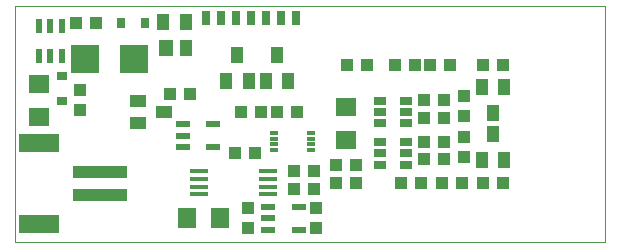
<source format=gtp>
G75*
%MOIN*%
%OFA0B0*%
%FSLAX25Y25*%
%IPPOS*%
%LPD*%
%AMOC8*
5,1,8,0,0,1.08239X$1,22.5*
%
%ADD10C,0.00100*%
%ADD11R,0.03937X0.05512*%
%ADD12R,0.03937X0.02756*%
%ADD13R,0.03937X0.04331*%
%ADD14R,0.04331X0.03937*%
%ADD15R,0.06299X0.07087*%
%ADD16R,0.07087X0.06299*%
%ADD17R,0.04724X0.02165*%
%ADD18R,0.05906X0.01772*%
%ADD19R,0.18110X0.03937*%
%ADD20R,0.13386X0.06299*%
%ADD21R,0.02165X0.04724*%
%ADD22R,0.09449X0.09449*%
%ADD23R,0.03543X0.03150*%
%ADD24R,0.05512X0.03937*%
%ADD25R,0.03937X0.05669*%
%ADD26R,0.04724X0.05669*%
%ADD27R,0.02500X0.05000*%
%ADD28R,0.03150X0.03543*%
%ADD29R,0.03150X0.01181*%
D10*
X0024791Y0037936D02*
X0221641Y0037936D01*
X0221641Y0116676D01*
X0024791Y0116676D01*
X0024791Y0037936D01*
D11*
X0095224Y0091519D03*
X0102704Y0091519D03*
X0108492Y0091519D03*
X0115972Y0091519D03*
X0112232Y0100180D03*
X0098964Y0100180D03*
X0180500Y0089511D03*
X0187980Y0089511D03*
X0184240Y0080849D03*
X0184240Y0073763D03*
X0187980Y0065101D03*
X0180500Y0065101D03*
D12*
X0155106Y0063723D03*
X0155106Y0067463D03*
X0155106Y0071204D03*
X0146445Y0071204D03*
X0146445Y0067463D03*
X0146445Y0063723D03*
X0146445Y0077503D03*
X0146445Y0081243D03*
X0146445Y0084983D03*
X0155106Y0084983D03*
X0155106Y0081243D03*
X0155106Y0077503D03*
D13*
X0161208Y0079275D03*
X0167901Y0079275D03*
X0167901Y0085180D03*
X0161208Y0085180D03*
X0163177Y0096991D03*
X0158059Y0096991D03*
X0151366Y0096991D03*
X0142311Y0096991D03*
X0135618Y0096991D03*
X0118689Y0081243D03*
X0111996Y0081243D03*
X0106878Y0081243D03*
X0100185Y0081243D03*
X0083256Y0087149D03*
X0076563Y0087149D03*
X0046445Y0088526D03*
X0046445Y0081834D03*
X0098216Y0067463D03*
X0104909Y0067463D03*
X0117862Y0055574D03*
X0124555Y0055574D03*
X0131681Y0057621D03*
X0138374Y0057621D03*
X0138374Y0063526D03*
X0131681Y0063526D03*
X0153334Y0057621D03*
X0160027Y0057621D03*
X0167114Y0057621D03*
X0173807Y0057621D03*
X0180893Y0057621D03*
X0187586Y0057621D03*
X0167901Y0065495D03*
X0161208Y0065495D03*
X0161208Y0071400D03*
X0167901Y0071400D03*
X0125185Y0049156D03*
X0125185Y0042463D03*
X0102547Y0042463D03*
X0102547Y0049156D03*
X0169870Y0096991D03*
X0180893Y0096991D03*
X0187586Y0096991D03*
D14*
X0174397Y0086558D03*
X0174397Y0079865D03*
X0174397Y0072778D03*
X0174397Y0066086D03*
X0124594Y0061558D03*
X0117901Y0061558D03*
X0051760Y0110771D03*
X0045067Y0110771D03*
D15*
X0082271Y0045810D03*
X0093295Y0045810D03*
D16*
X0135027Y0071794D03*
X0135027Y0082818D03*
X0032665Y0079668D03*
X0032665Y0090692D03*
D17*
X0080697Y0077109D03*
X0080697Y0073369D03*
X0080697Y0069629D03*
X0090933Y0069629D03*
X0090933Y0077109D03*
X0109240Y0049550D03*
X0109240Y0045810D03*
X0109240Y0042070D03*
X0119476Y0042070D03*
X0119476Y0049550D03*
D18*
X0109043Y0053782D03*
X0109043Y0056341D03*
X0109043Y0058900D03*
X0109043Y0061460D03*
X0086208Y0061460D03*
X0086208Y0058900D03*
X0086208Y0056341D03*
X0086208Y0053782D03*
D19*
X0053137Y0053448D03*
X0053137Y0061322D03*
D20*
X0032665Y0070771D03*
X0032665Y0043999D03*
D21*
X0032862Y0099747D03*
X0036602Y0099747D03*
X0040342Y0099747D03*
X0040342Y0109983D03*
X0036602Y0109983D03*
X0032862Y0109983D03*
D22*
X0048019Y0098960D03*
X0064555Y0098960D03*
D23*
X0040539Y0093251D03*
X0040539Y0084983D03*
D24*
X0065736Y0084983D03*
X0074397Y0081243D03*
X0065736Y0077503D03*
D25*
X0081681Y0102503D03*
X0081681Y0111164D03*
X0074200Y0111164D03*
D26*
X0074988Y0102503D03*
D27*
X0088531Y0112739D03*
X0093531Y0112739D03*
X0098531Y0112739D03*
X0103531Y0112739D03*
X0108531Y0112739D03*
X0113531Y0112739D03*
X0118531Y0112739D03*
D28*
X0068295Y0110771D03*
X0060027Y0110771D03*
D29*
X0111208Y0074353D03*
X0111208Y0072385D03*
X0111208Y0070416D03*
X0111208Y0068448D03*
X0123413Y0068448D03*
X0123413Y0070416D03*
X0123413Y0072385D03*
X0123413Y0074353D03*
M02*

</source>
